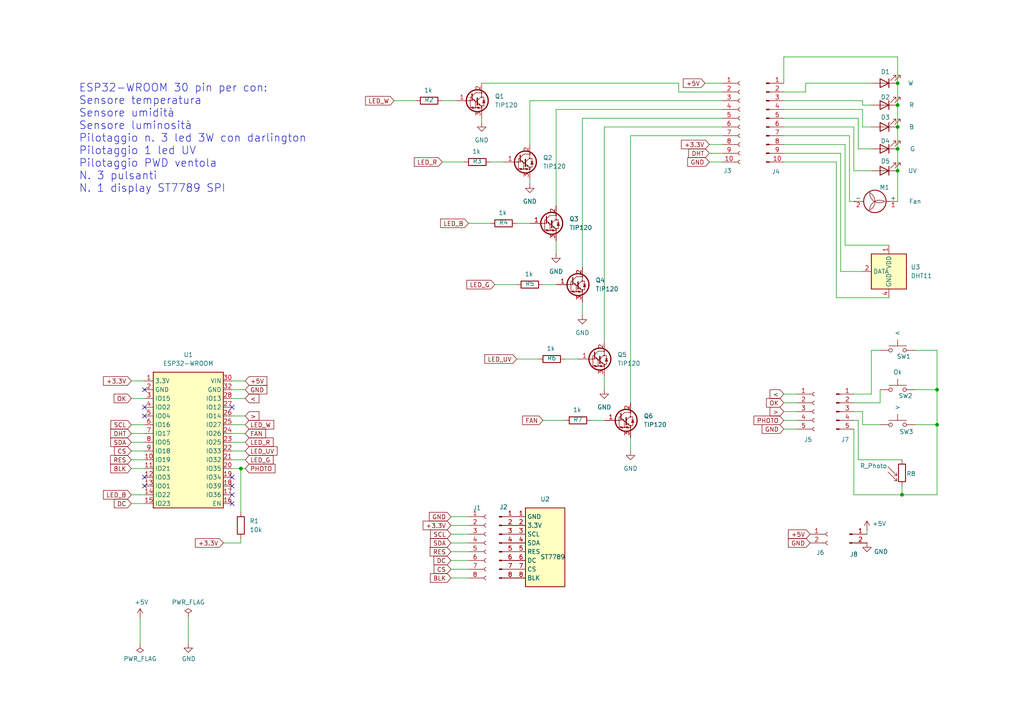
<source format=kicad_sch>
(kicad_sch (version 20250114) (generator "eeschema") (generator_version "9.0")
  (paper "A4")
  (title_block (title "Terrario con ESP32 30 pin"))
  (lib_symbols
    (symbol "Connector:Conn_01x02_Pin" (pin_names (offset 1.016) (hide yes))
      (property "Reference" "J" (at 0 2.54 0))
      (property "Value" "Conn_01x02_Pin" (at 0 -5.08 0))
      (symbol "Conn_01x02_Pin_1_1"
        (rectangle (start 0.8636 0.127) (end 0 -0.127) (stroke (width 0.1524)) (fill (type outline)))
        (rectangle (start 0.8636 -2.413) (end 0 -2.667) (stroke (width 0.1524)) (fill (type outline)))
        (polyline (pts (xy 1.27 0) (xy 0.8636 0)) (stroke (width 0.1524)))
        (polyline (pts (xy 1.27 -2.54) (xy 0.8636 -2.54)) (stroke (width 0.1524)))
        (pin passive line (at 5.08 0 180) (length 3.81) (name "Pin_1") (number "1"))
        (pin passive line (at 5.08 -2.54 180) (length 3.81) (name "Pin_2") (number "2"))
      )
    )
    (symbol "Connector:Conn_01x02_Socket" (pin_names (offset 1.016) (hide yes))
      (property "Reference" "J" (at 0 2.54 0))
      (property "Value" "Conn_01x02_Socket" (at 0 -5.08 0))
      (symbol "Conn_01x02_Socket_1_1"
        (polyline (pts (xy -1.27 0) (xy -0.508 0)) (stroke (width 0.1524)))
        (polyline (pts (xy -1.27 -2.54) (xy -0.508 -2.54)) (stroke (width 0.1524)))
        (arc (start 0 -0.508) (mid -0.5058 0) (end 0 0.508) (stroke (width 0.1524)))
        (arc (start 0 -3.048) (mid -0.5058 -2.54) (end 0 -2.032) (stroke (width 0.1524)))
        (pin passive line (at -5.08 0 0) (length 3.81) (name "Pin_1") (number "1"))
        (pin passive line (at -5.08 -2.54 0) (length 3.81) (name "Pin_2") (number "2"))
      )
    )
    (symbol "Connector:Conn_01x05_Pin" (pin_names (offset 1.016) (hide yes))
      (property "Reference" "J" (at 0 7.62 0))
      (property "Value" "Conn_01x05_Pin" (at 0 -7.62 0))
      (symbol "Conn_01x05_Pin_1_1"
        (rectangle (start 0.8636 5.207) (end 0 4.953) (stroke (width 0.1524)) (fill (type outline)))
        (rectangle (start 0.8636 2.667) (end 0 2.413) (stroke (width 0.1524)) (fill (type outline)))
        (rectangle (start 0.8636 0.127) (end 0 -0.127) (stroke (width 0.1524)) (fill (type outline)))
        (rectangle (start 0.8636 -2.413) (end 0 -2.667) (stroke (width 0.1524)) (fill (type outline)))
        (rectangle (start 0.8636 -4.953) (end 0 -5.207) (stroke (width 0.1524)) (fill (type outline)))
        (polyline (pts (xy 1.27 5.08) (xy 0.8636 5.08)) (stroke (width 0.1524)))
        (polyline (pts (xy 1.27 2.54) (xy 0.8636 2.54)) (stroke (width 0.1524)))
        (polyline (pts (xy 1.27 0) (xy 0.8636 0)) (stroke (width 0.1524)))
        (polyline (pts (xy 1.27 -2.54) (xy 0.8636 -2.54)) (stroke (width 0.1524)))
        (polyline (pts (xy 1.27 -5.08) (xy 0.8636 -5.08)) (stroke (width 0.1524)))
        (pin passive line (at 5.08 5.08 180) (length 3.81) (name "Pin_1") (number "1"))
        (pin passive line (at 5.08 2.54 180) (length 3.81) (name "Pin_2") (number "2"))
        (pin passive line (at 5.08 0 180) (length 3.81) (name "Pin_3") (number "3"))
        (pin passive line (at 5.08 -2.54 180) (length 3.81) (name "Pin_4") (number "4"))
        (pin passive line (at 5.08 -5.08 180) (length 3.81) (name "Pin_5") (number "5"))
      )
    )
    (symbol "Connector:Conn_01x05_Socket" (pin_names (offset 1.016) (hide yes))
      (property "Reference" "J" (at 0 7.62 0))
      (property "Value" "Conn_01x05_Socket" (at 0 -7.62 0))
      (symbol "Conn_01x05_Socket_1_1"
        (polyline (pts (xy -1.27 5.08) (xy -0.508 5.08)) (stroke (width 0.1524)))
        (polyline (pts (xy -1.27 2.54) (xy -0.508 2.54)) (stroke (width 0.1524)))
        (polyline (pts (xy -1.27 0) (xy -0.508 0)) (stroke (width 0.1524)))
        (polyline (pts (xy -1.27 -2.54) (xy -0.508 -2.54)) (stroke (width 0.1524)))
        (polyline (pts (xy -1.27 -5.08) (xy -0.508 -5.08)) (stroke (width 0.1524)))
        (arc (start 0 4.572) (mid -0.5058 5.08) (end 0 5.588) (stroke (width 0.1524)))
        (arc (start 0 2.032) (mid -0.5058 2.54) (end 0 3.048) (stroke (width 0.1524)))
        (arc (start 0 -0.508) (mid -0.5058 0) (end 0 0.508) (stroke (width 0.1524)))
        (arc (start 0 -3.048) (mid -0.5058 -2.54) (end 0 -2.032) (stroke (width 0.1524)))
        (arc (start 0 -5.588) (mid -0.5058 -5.08) (end 0 -4.572) (stroke (width 0.1524)))
        (pin passive line (at -5.08 5.08 0) (length 3.81) (name "Pin_1") (number "1"))
        (pin passive line (at -5.08 2.54 0) (length 3.81) (name "Pin_2") (number "2"))
        (pin passive line (at -5.08 0 0) (length 3.81) (name "Pin_3") (number "3"))
        (pin passive line (at -5.08 -2.54 0) (length 3.81) (name "Pin_4") (number "4"))
        (pin passive line (at -5.08 -5.08 0) (length 3.81) (name "Pin_5") (number "5"))
      )
    )
    (symbol "Connector:Conn_01x08_Pin" (pin_names (offset 1.016) (hide yes))
      (property "Reference" "J" (at 0 10.16 0))
      (property "Value" "Conn_01x08_Pin" (at 0 -12.7 0))
      (symbol "Conn_01x08_Pin_1_1"
        (rectangle (start 0.8636 7.747) (end 0 7.493) (stroke (width 0.1524)) (fill (type outline)))
        (rectangle (start 0.8636 5.207) (end 0 4.953) (stroke (width 0.1524)) (fill (type outline)))
        (rectangle (start 0.8636 2.667) (end 0 2.413) (stroke (width 0.1524)) (fill (type outline)))
        (rectangle (start 0.8636 0.127) (end 0 -0.127) (stroke (width 0.1524)) (fill (type outline)))
        (rectangle (start 0.8636 -2.413) (end 0 -2.667) (stroke (width 0.1524)) (fill (type outline)))
        (rectangle (start 0.8636 -4.953) (end 0 -5.207) (stroke (width 0.1524)) (fill (type outline)))
        (rectangle (start 0.8636 -7.493) (end 0 -7.747) (stroke (width 0.1524)) (fill (type outline)))
        (rectangle (start 0.8636 -10.033) (end 0 -10.287) (stroke (width 0.1524)) (fill (type outline)))
        (polyline (pts (xy 1.27 7.62) (xy 0.8636 7.62)) (stroke (width 0.1524)))
        (polyline (pts (xy 1.27 5.08) (xy 0.8636 5.08)) (stroke (width 0.1524)))
        (polyline (pts (xy 1.27 2.54) (xy 0.8636 2.54)) (stroke (width 0.1524)))
        (polyline (pts (xy 1.27 0) (xy 0.8636 0)) (stroke (width 0.1524)))
        (polyline (pts (xy 1.27 -2.54) (xy 0.8636 -2.54)) (stroke (width 0.1524)))
        (polyline (pts (xy 1.27 -5.08) (xy 0.8636 -5.08)) (stroke (width 0.1524)))
        (polyline (pts (xy 1.27 -7.62) (xy 0.8636 -7.62)) (stroke (width 0.1524)))
        (polyline (pts (xy 1.27 -10.16) (xy 0.8636 -10.16)) (stroke (width 0.1524)))
        (pin passive line (at 5.08 7.62 180) (length 3.81) (name "Pin_1") (number "1"))
        (pin passive line (at 5.08 5.08 180) (length 3.81) (name "Pin_2") (number "2"))
        (pin passive line (at 5.08 2.54 180) (length 3.81) (name "Pin_3") (number "3"))
        (pin passive line (at 5.08 0 180) (length 3.81) (name "Pin_4") (number "4"))
        (pin passive line (at 5.08 -2.54 180) (length 3.81) (name "Pin_5") (number "5"))
        (pin passive line (at 5.08 -5.08 180) (length 3.81) (name "Pin_6") (number "6"))
        (pin passive line (at 5.08 -7.62 180) (length 3.81) (name "Pin_7") (number "7"))
        (pin passive line (at 5.08 -10.16 180) (length 3.81) (name "Pin_8") (number "8"))
      )
    )
    (symbol "Connector:Conn_01x08_Socket" (pin_names (offset 1.016) (hide yes))
      (property "Reference" "J" (at 0 10.16 0))
      (property "Value" "Conn_01x08_Socket" (at 0 -12.7 0))
      (symbol "Conn_01x08_Socket_1_1"
        (polyline (pts (xy -1.27 7.62) (xy -0.508 7.62)) (stroke (width 0.1524)))
        (polyline (pts (xy -1.27 5.08) (xy -0.508 5.08)) (stroke (width 0.1524)))
        (polyline (pts (xy -1.27 2.54) (xy -0.508 2.54)) (stroke (width 0.1524)))
        (polyline (pts (xy -1.27 0) (xy -0.508 0)) (stroke (width 0.1524)))
        (polyline (pts (xy -1.27 -2.54) (xy -0.508 -2.54)) (stroke (width 0.1524)))
        (polyline (pts (xy -1.27 -5.08) (xy -0.508 -5.08)) (stroke (width 0.1524)))
        (polyline (pts (xy -1.27 -7.62) (xy -0.508 -7.62)) (stroke (width 0.1524)))
        (polyline (pts (xy -1.27 -10.16) (xy -0.508 -10.16)) (stroke (width 0.1524)))
        (arc (start 0 7.112) (mid -0.5058 7.62) (end 0 8.128) (stroke (width 0.1524)))
        (arc (start 0 4.572) (mid -0.5058 5.08) (end 0 5.588) (stroke (width 0.1524)))
        (arc (start 0 2.032) (mid -0.5058 2.54) (end 0 3.048) (stroke (width 0.1524)))
        (arc (start 0 -0.508) (mid -0.5058 0) (end 0 0.508) (stroke (width 0.1524)))
        (arc (start 0 -3.048) (mid -0.5058 -2.54) (end 0 -2.032) (stroke (width 0.1524)))
        (arc (start 0 -5.588) (mid -0.5058 -5.08) (end 0 -4.572) (stroke (width 0.1524)))
        (arc (start 0 -8.128) (mid -0.5058 -7.62) (end 0 -7.112) (stroke (width 0.1524)))
        (arc (start 0 -10.668) (mid -0.5058 -10.16) (end 0 -9.652) (stroke (width 0.1524)))
        (pin passive line (at -5.08 7.62 0) (length 3.81) (name "Pin_1") (number "1"))
        (pin passive line (at -5.08 5.08 0) (length 3.81) (name "Pin_2") (number "2"))
        (pin passive line (at -5.08 2.54 0) (length 3.81) (name "Pin_3") (number "3"))
        (pin passive line (at -5.08 0 0) (length 3.81) (name "Pin_4") (number "4"))
        (pin passive line (at -5.08 -2.54 0) (length 3.81) (name "Pin_5") (number "5"))
        (pin passive line (at -5.08 -5.08 0) (length 3.81) (name "Pin_6") (number "6"))
        (pin passive line (at -5.08 -7.62 0) (length 3.81) (name "Pin_7") (number "7"))
        (pin passive line (at -5.08 -10.16 0) (length 3.81) (name "Pin_8") (number "8"))
      )
    )
    (symbol "Connector:Conn_01x10_Pin" (pin_names (offset 1.016) (hide yes))
      (property "Reference" "J" (at 0 12.7 0))
      (property "Value" "Conn_01x10_Pin" (at 0 -15.24 0))
      (symbol "Conn_01x10_Pin_1_1"
        (rectangle (start 0.8636 10.287) (end 0 10.033) (stroke (width 0.1524)) (fill (type outline)))
        (rectangle (start 0.8636 7.747) (end 0 7.493) (stroke (width 0.1524)) (fill (type outline)))
        (rectangle (start 0.8636 5.207) (end 0 4.953) (stroke (width 0.1524)) (fill (type outline)))
        (rectangle (start 0.8636 2.667) (end 0 2.413) (stroke (width 0.1524)) (fill (type outline)))
        (rectangle (start 0.8636 0.127) (end 0 -0.127) (stroke (width 0.1524)) (fill (type outline)))
        (rectangle (start 0.8636 -2.413) (end 0 -2.667) (stroke (width 0.1524)) (fill (type outline)))
        (rectangle (start 0.8636 -4.953) (end 0 -5.207) (stroke (width 0.1524)) (fill (type outline)))
        (rectangle (start 0.8636 -7.493) (end 0 -7.747) (stroke (width 0.1524)) (fill (type outline)))
        (rectangle (start 0.8636 -10.033) (end 0 -10.287) (stroke (width 0.1524)) (fill (type outline)))
        (rectangle (start 0.8636 -12.573) (end 0 -12.827) (stroke (width 0.1524)) (fill (type outline)))
        (polyline (pts (xy 1.27 10.16) (xy 0.8636 10.16)) (stroke (width 0.1524)))
        (polyline (pts (xy 1.27 7.62) (xy 0.8636 7.62)) (stroke (width 0.1524)))
        (polyline (pts (xy 1.27 5.08) (xy 0.8636 5.08)) (stroke (width 0.1524)))
        (polyline (pts (xy 1.27 2.54) (xy 0.8636 2.54)) (stroke (width 0.1524)))
        (polyline (pts (xy 1.27 0) (xy 0.8636 0)) (stroke (width 0.1524)))
        (polyline (pts (xy 1.27 -2.54) (xy 0.8636 -2.54)) (stroke (width 0.1524)))
        (polyline (pts (xy 1.27 -5.08) (xy 0.8636 -5.08)) (stroke (width 0.1524)))
        (polyline (pts (xy 1.27 -7.62) (xy 0.8636 -7.62)) (stroke (width 0.1524)))
        (polyline (pts (xy 1.27 -10.16) (xy 0.8636 -10.16)) (stroke (width 0.1524)))
        (polyline (pts (xy 1.27 -12.7) (xy 0.8636 -12.7)) (stroke (width 0.1524)))
        (pin passive line (at 5.08 10.16 180) (length 3.81) (name "Pin_1") (number "1"))
        (pin passive line (at 5.08 7.62 180) (length 3.81) (name "Pin_2") (number "2"))
        (pin passive line (at 5.08 5.08 180) (length 3.81) (name "Pin_3") (number "3"))
        (pin passive line (at 5.08 2.54 180) (length 3.81) (name "Pin_4") (number "4"))
        (pin passive line (at 5.08 0 180) (length 3.81) (name "Pin_5") (number "5"))
        (pin passive line (at 5.08 -2.54 180) (length 3.81) (name "Pin_6") (number "6"))
        (pin passive line (at 5.08 -5.08 180) (length 3.81) (name "Pin_7") (number "7"))
        (pin passive line (at 5.08 -7.62 180) (length 3.81) (name "Pin_8") (number "8"))
        (pin passive line (at 5.08 -10.16 180) (length 3.81) (name "Pin_9") (number "9"))
        (pin passive line (at 5.08 -12.7 180) (length 3.81) (name "Pin_10") (number "10"))
      )
    )
    (symbol "Connector:Conn_01x10_Socket" (pin_names (offset 1.016) (hide yes))
      (property "Reference" "J" (at 0 12.7 0))
      (property "Value" "Conn_01x10_Socket" (at 0 -15.24 0))
      (symbol "Conn_01x10_Socket_1_1"
        (polyline (pts (xy -1.27 10.16) (xy -0.508 10.16)) (stroke (width 0.1524)))
        (polyline (pts (xy -1.27 7.62) (xy -0.508 7.62)) (stroke (width 0.1524)))
        (polyline (pts (xy -1.27 5.08) (xy -0.508 5.08)) (stroke (width 0.1524)))
        (polyline (pts (xy -1.27 2.54) (xy -0.508 2.54)) (stroke (width 0.1524)))
        (polyline (pts (xy -1.27 0) (xy -0.508 0)) (stroke (width 0.1524)))
        (polyline (pts (xy -1.27 -2.54) (xy -0.508 -2.54)) (stroke (width 0.1524)))
        (polyline (pts (xy -1.27 -5.08) (xy -0.508 -5.08)) (stroke (width 0.1524)))
        (polyline (pts (xy -1.27 -7.62) (xy -0.508 -7.62)) (stroke (width 0.1524)))
        (polyline (pts (xy -1.27 -10.16) (xy -0.508 -10.16)) (stroke (width 0.1524)))
        (polyline (pts (xy -1.27 -12.7) (xy -0.508 -12.7)) (stroke (width 0.1524)))
        (arc (start 0 9.652) (mid -0.5058 10.16) (end 0 10.668) (stroke (width 0.1524)))
        (arc (start 0 7.112) (mid -0.5058 7.62) (end 0 8.128) (stroke (width 0.1524)))
        (arc (start 0 4.572) (mid -0.5058 5.08) (end 0 5.588) (stroke (width 0.1524)))
        (arc (start 0 2.032) (mid -0.5058 2.54) (end 0 3.048) (stroke (width 0.1524)))
        (arc (start 0 -0.508) (mid -0.5058 0) (end 0 0.508) (stroke (width 0.1524)))
        (arc (start 0 -3.048) (mid -0.5058 -2.54) (end 0 -2.032) (stroke (width 0.1524)))
        (arc (start 0 -5.588) (mid -0.5058 -5.08) (end 0 -4.572) (stroke (width 0.1524)))
        (arc (start 0 -8.128) (mid -0.5058 -7.62) (end 0 -7.112) (stroke (width 0.1524)))
        (arc (start 0 -10.668) (mid -0.5058 -10.16) (end 0 -9.652) (stroke (width 0.1524)))
        (arc (start 0 -13.208) (mid -0.5058 -12.7) (end 0 -12.192) (stroke (width 0.1524)))
        (pin passive line (at -5.08 10.16 0) (length 3.81) (name "Pin_1") (number "1"))
        (pin passive line (at -5.08 7.62 0) (length 3.81) (name "Pin_2") (number "2"))
        (pin passive line (at -5.08 5.08 0) (length 3.81) (name "Pin_3") (number "3"))
        (pin passive line (at -5.08 2.54 0) (length 3.81) (name "Pin_4") (number "4"))
        (pin passive line (at -5.08 0 0) (length 3.81) (name "Pin_5") (number "5"))
        (pin passive line (at -5.08 -2.54 0) (length 3.81) (name "Pin_6") (number "6"))
        (pin passive line (at -5.08 -5.08 0) (length 3.81) (name "Pin_7") (number "7"))
        (pin passive line (at -5.08 -7.62 0) (length 3.81) (name "Pin_8") (number "8"))
        (pin passive line (at -5.08 -10.16 0) (length 3.81) (name "Pin_9") (number "9"))
        (pin passive line (at -5.08 -12.7 0) (length 3.81) (name "Pin_10") (number "10"))
      )
    )
    (symbol "Device:LED" (pin_numbers (hide yes)) (pin_names (offset 1.016) (hide yes))
      (property "Reference" "D" (at 0 2.54 0))
      (property "Value" "LED" (at 0 -2.54 0))
      (symbol "LED_0_1"
        (polyline (pts (xy -3.048 -0.762) (xy -4.572 -2.286) (xy -3.81 -2.286) (xy -4.572 -2.286) (xy -4.572 -1.524)))
        (polyline (pts (xy -1.778 -0.762) (xy -3.302 -2.286) (xy -2.54 -2.286) (xy -3.302 -2.286) (xy -3.302 -1.524)))
        (polyline (pts (xy -1.27 0) (xy 1.27 0)))
        (polyline (pts (xy -1.27 -1.27) (xy -1.27 1.27)) (stroke (width 0.254)))
        (polyline (pts (xy 1.27 -1.27) (xy 1.27 1.27) (xy -1.27 0) (xy 1.27 -1.27)) (stroke (width 0.254)))
      )
      (symbol "LED_1_1"
        (pin passive line (at -3.81 0 0) (length 2.54) (name "K") (number "1"))
        (pin passive line (at 3.81 0 180) (length 2.54) (name "A") (number "2"))
      )
    )
    (symbol "Device:R" (pin_numbers (hide yes)) (pin_names (offset 0))
      (property "Reference" "R" (at 2.032 0 90))
      (property "Value" "R" (at 0 0 90))
      (symbol "R_0_1"
        (rectangle (start -1.016 -2.54) (end 1.016 2.54) (stroke (width 0.254)))
      )
      (symbol "R_1_1"
        (pin passive line (at 0 3.81 270) (length 1.27) (name "~") (number "1"))
        (pin passive line (at 0 -3.81 90) (length 1.27) (name "~") (number "2"))
      )
    )
    (symbol "Device:R_Photo" (pin_numbers (hide yes)) (pin_names (offset 0))
      (property "Reference" "R" (at 1.27 1.27 0))
      (property "Value" "R_Photo" (at 1.27 0 0))
      (symbol "R_Photo_0_1"
        (polyline (pts (xy -1.524 -0.762) (xy -4.064 1.778)))
        (polyline (pts (xy -1.524 -0.762) (xy -2.286 -0.762)))
        (polyline (pts (xy -1.524 -0.762) (xy -1.524 0)))
        (polyline (pts (xy -1.524 -2.286) (xy -4.064 0.254)))
        (polyline (pts (xy -1.524 -2.286) (xy -2.286 -2.286)))
        (polyline (pts (xy -1.524 -2.286) (xy -1.524 -1.524)))
        (rectangle (start -1.016 2.54) (end 1.016 -2.54) (stroke (width 0.254)))
      )
      (symbol "R_Photo_1_1"
        (pin passive line (at 0 3.81 270) (length 1.27) (name "~") (number "1"))
        (pin passive line (at 0 -3.81 90) (length 1.27) (name "~") (number "2"))
      )
    )
    (symbol "Esp32-rescue:ESP32-WROOM"
      (property "Reference" "U" (at -7.62 13.97 0))
      (property "Value" "ESP32-WROOM" (at 2.794 13.97 0))
      (symbol "ESP32-WROOM_1_1"
        (rectangle (start -10.16 12.7) (end 10.16 -26.67) (stroke (width 0.254)) (fill (type background)))
        (pin power_out line (at -12.7 10.16 0) (length 2.54) (name "3.3V") (number "1"))
        (pin power_out line (at -12.7 7.62 0) (length 2.54) (name "GND") (number "2"))
        (pin bidirectional line (at -12.7 5.08 0) (length 2.54) (name "IO15") (number "3"))
        (pin bidirectional line (at -12.7 2.54 0) (length 2.54) (name "IO02") (number "4"))
        (pin bidirectional line (at -12.7 0 0) (length 2.54) (name "IO04") (number "5"))
        (pin bidirectional line (at -12.7 -2.54 0) (length 2.54) (name "IO16") (number "6"))
        (pin bidirectional line (at -12.7 -5.08 0) (length 2.54) (name "IO17") (number "7"))
        (pin bidirectional line (at -12.7 -7.62 0) (length 2.54) (name "IO05") (number "8"))
        (pin bidirectional line (at -12.7 -10.16 0) (length 2.54) (name "IO18") (number "9"))
        (pin bidirectional line (at -12.7 -12.7 0) (length 2.54) (name "IO19") (number "10"))
        (pin bidirectional line (at -12.7 -15.24 0) (length 2.54) (name "IO21") (number "11"))
        (pin bidirectional line (at -12.7 -17.78 0) (length 2.54) (name "IO03") (number "12"))
        (pin bidirectional line (at -12.7 -20.32 0) (length 2.54) (name "IO01") (number "13"))
        (pin bidirectional line (at -12.7 -22.86 0) (length 2.54) (name "IO22") (number "14"))
        (pin bidirectional line (at -12.7 -25.4 0) (length 2.54) (name "IO23") (number "15"))
        (pin power_in line (at 12.7 10.16 180) (length 2.54) (name "VIN") (number "30"))
        (pin power_in line (at 12.7 7.62 180) (length 2.54) (name "GND") (number "32"))
        (pin bidirectional line (at 12.7 5.08 180) (length 2.54) (name "IO13") (number "28"))
        (pin bidirectional line (at 12.7 2.54 180) (length 2.54) (name "IO12") (number "27"))
        (pin bidirectional line (at 12.7 0 180) (length 2.54) (name "IO14") (number "26"))
        (pin bidirectional line (at 12.7 -2.54 180) (length 2.54) (name "IO27") (number "25"))
        (pin bidirectional line (at 12.7 -5.08 180) (length 2.54) (name "IO26") (number "24"))
        (pin bidirectional line (at 12.7 -7.62 180) (length 2.54) (name "IO25") (number "23"))
        (pin bidirectional line (at 12.7 -10.16 180) (length 2.54) (name "IO33") (number "22"))
        (pin bidirectional line (at 12.7 -12.7 180) (length 2.54) (name "IO32") (number "21"))
        (pin input line (at 12.7 -15.24 180) (length 2.54) (name "IO35") (number "20"))
        (pin input line (at 12.7 -17.78 180) (length 2.54) (name "IO34") (number "19"))
        (pin input line (at 12.7 -20.32 180) (length 2.54) (name "IO39") (number "18"))
        (pin input line (at 12.7 -22.86 180) (length 2.54) (name "IO36") (number "17"))
        (pin input line (at 12.7 -25.4 180) (length 2.54) (name "EN") (number "16"))
      )
    )
    (symbol "Esp32-rescue:ST7789"
      (property "Reference" "U" (at -7.62 13.97 0))
      (property "Value" "ST7789" (at -1.27 13.97 0))
      (symbol "ST7789_1_1"
        (rectangle (start -10.16 12.7) (end 1.27 -10.16) (stroke (width 0.254)) (fill (type background)))
        (pin power_in line (at -12.7 10.16 0) (length 2.54) (name "GND") (number "1"))
        (pin power_in line (at -12.7 7.62 0) (length 2.54) (name "3.3V") (number "2"))
        (pin input line (at -12.7 5.08 0) (length 2.54) (name "SCL") (number "3"))
        (pin input line (at -12.7 2.54 0) (length 2.54) (name "SDA") (number "4"))
        (pin input line (at -12.7 0 0) (length 2.54) (name "RES") (number "5"))
        (pin input line (at -12.7 -2.54 0) (length 2.54) (name "DC") (number "6"))
        (pin input line (at -12.7 -5.08 0) (length 2.54) (name "CS") (number "7"))
        (pin input line (at -12.7 -7.62 0) (length 2.54) (name "BLK") (number "8"))
      )
    )
    (symbol "Motor:Fan" (pin_names (offset 0))
      (property "Reference" "M" (at 2.54 5.08 0))
      (property "Value" "Fan" (at 2.54 -2.54 0))
      (symbol "Fan_0_1"
        (arc (start 0 3.81) (mid -0.0015 0.9048) (end -2.54 -0.508))
        (polyline (pts (xy 0 4.572) (xy 0 5.08)))
        (polyline (pts (xy 0 4.2672) (xy 0 4.6228)))
        (circle (center 0 1.016) (radius 3.2512) (stroke (width 0.254)))
        (arc (start -2.54 -0.508) (mid 0 1.0618) (end 2.54 -0.508))
        (polyline (pts (xy 0 -2.2352) (xy 0 -2.6416)))
        (polyline (pts (xy 0 -5.08) (xy 0 -4.572)))
        (arc (start 2.54 -0.508) (mid 0.047 0.9315) (end 0 3.81))
      )
      (symbol "Fan_1_1"
        (pin passive line (at 0 7.62 270) (length 2.54) (name "+") (number "1"))
        (pin passive line (at 0 -5.08 90) (length 2.54) (name "-") (number "2"))
      )
    )
    (symbol "Sensor:DHT11"
      (property "Reference" "U" (at -3.81 6.35 0))
      (property "Value" "DHT11" (at 3.81 6.35 0))
      (symbol "DHT11_0_1"
        (rectangle (start -5.08 5.08) (end 5.08 -5.08) (stroke (width 0.254)) (fill (type background)))
      )
      (symbol "DHT11_1_1"
        (pin no_connect line (at -5.08 0 0) (length 2.54) (hide yes) (name "NC") (number "3"))
        (pin power_in line (at 0 7.62 270) (length 2.54) (name "VDD") (number "1"))
        (pin power_in line (at 0 -7.62 90) (length 2.54) (name "GND") (number "4"))
        (pin bidirectional line (at 7.62 0 180) (length 2.54) (name "DATA") (number "2"))
      )
    )
    (symbol "Switch:SW_Push" (pin_numbers (hide yes)) (pin_names (offset 1.016) (hide yes))
      (property "Reference" "SW" (at 1.27 2.54 0))
      (property "Value" "SW_Push" (at 0 -1.524 0))
      (symbol "SW_Push_0_1"
        (circle (center -2.032 0) (radius 0.508))
        (polyline (pts (xy 0 1.27) (xy 0 3.048)))
        (circle (center 2.032 0) (radius 0.508))
        (polyline (pts (xy 2.54 1.27) (xy -2.54 1.27)))
        (pin passive line (at -5.08 0 0) (length 2.54) (name "1") (number "1"))
        (pin passive line (at 5.08 0 180) (length 2.54) (name "2") (number "2"))
      )
    )
    (symbol "Transistor_BJT:TIP120" (pin_names (offset 0) (hide yes))
      (property "Reference" "Q" (at 5.08 1.905 0))
      (property "Value" "TIP120" (at 5.08 0 0))
      (symbol "TIP120_0_1"
        (polyline (pts (xy -1.27 0) (xy -0.889 0)))
        (circle (center -0.762 0) (radius 0.127))
        (polyline (pts (xy -0.254 2.032) (xy -0.254 0) (xy -0.254 0)) (stroke (width 0.3048)))
        (polyline (pts (xy -0.254 1.27) (xy 0.762 2.286) (xy 2.54 2.286)))
        (polyline (pts (xy -0.254 1.016) (xy -0.762 1.016) (xy -0.762 -2.032)))
        (polyline (pts (xy -0.254 0.762) (xy 0.762 -0.254) (xy 1.27 -0.254)))
        (polyline (pts (xy 0.635 -0.127) (xy 0.381 0.381) (xy 0.127 0.127) (xy 0.635 -0.127)))
        (polyline (pts (xy 0.762 -0.254) (xy 0.762 -2.032) (xy 1.143 -2.032) (xy 1.27 -1.778) (xy 1.397 -2.286) (xy 1.524 -1.778) (xy 1.651 -2.286) (xy 1.778 -1.778) (xy 1.905 -2.286) (xy 2.032 -2.032) (xy 2.54 -2.032)))
        (circle (center 0.762 -0.254) (radius 0.127))
        (polyline (pts (xy 0.762 -2.032) (xy 0.381 -2.032) (xy 0.254 -2.286) (xy 0.127 -1.778) (xy 0 -2.286) (xy -0.127 -1.778) (xy -0.254 -2.286) (xy -0.381 -1.778) (xy -0.508 -2.032) (xy -0.762 -2.032)))
        (circle (center 0.762 -2.032) (radius 0.127))
        (polyline (pts (xy 1.27 0.762) (xy 1.27 -1.27) (xy 1.27 -1.27)) (stroke (width 0.381)))
        (polyline (pts (xy 1.27 0) (xy 2.286 1.016) (xy 2.54 1.016) (xy 2.54 2.286)))
        (circle (center 1.27 0) (radius 3.175) (stroke (width 0.3556)))
        (polyline (pts (xy 1.27 -0.508) (xy 2.286 -1.524) (xy 2.54 -1.524) (xy 2.54 -2.032)))
        (polyline (pts (xy 2.159 -1.397) (xy 1.905 -0.889) (xy 1.651 -1.143) (xy 2.159 -1.397)))
        (circle (center 2.54 2.286) (radius 0.127))
        (circle (center 2.54 1.016) (radius 0.127))
        (polyline (pts (xy 2.54 -1.524) (xy 3.175 -1.524)))
        (circle (center 2.54 -1.524) (radius 0.127))
        (polyline (pts (xy 2.54 -2.032) (xy 2.54 -2.54)))
        (circle (center 2.54 -2.032) (radius 0.127))
        (polyline (pts (xy 2.794 0.127) (xy 3.556 0.127)))
        (polyline (pts (xy 3.175 1.016) (xy 2.54 1.016)))
        (polyline (pts (xy 3.175 1.016) (xy 3.175 0.127)))
        (polyline (pts (xy 3.175 0.127) (xy 2.794 -0.635) (xy 3.556 -0.635) (xy 3.175 0.127)) (fill (type outline)))
        (polyline (pts (xy 3.175 -0.635) (xy 3.175 -1.524)))
      )
      (symbol "TIP120_1_1"
        (pin input line (at -5.08 0 0) (length 3.81) (name "B") (number "1"))
        (pin passive line (at 2.54 5.08 270) (length 2.667) (name "C") (number "2"))
        (pin passive line (at 2.54 -5.08 90) (length 2.54) (name "E") (number "3"))
      )
    )
    (symbol "power:+5V" (power) (pin_numbers (hide yes)) (pin_names (offset 0) (hide yes))
      (property "Value" "+5V" (at 0 3.556 0))
      (symbol "+5V_0_1"
        (polyline (pts (xy -0.762 1.27) (xy 0 2.54)))
        (polyline (pts (xy 0 2.54) (xy 0.762 1.27)))
        (polyline (pts (xy 0 0) (xy 0 2.54)))
      )
      (symbol "+5V_1_1"
        (pin power_in line (at 0 0 90) (length 0) (name "~") (number "1"))
      )
    )
    (symbol "power:GND" (power) (pin_numbers (hide yes)) (pin_names (offset 0) (hide yes))
      (property "Value" "GND" (at 0 -3.81 0))
      (symbol "GND_0_1"
        (polyline (pts (xy 0 0) (xy 0 -1.27) (xy 1.27 -1.27) (xy 0 -2.54) (xy -1.27 -1.27) (xy 0 -1.27)))
      )
      (symbol "GND_1_1"
        (pin power_in line (at 0 0 270) (length 0) (name "~") (number "1"))
      )
    )
    (symbol "power:PWR_FLAG" (power) (pin_numbers (hide yes)) (pin_names (offset 0) (hide yes))
      (property "Value" "PWR_FLAG" (at 0 3.81 0))
      (symbol "PWR_FLAG_0_0"
        (pin power_out line (at 0 0 90) (length 0) (name "~") (number "1"))
      )
      (symbol "PWR_FLAG_0_1"
        (polyline (pts (xy 0 0) (xy 0 1.27) (xy -1.016 1.905) (xy 0 2.54) (xy 1.016 1.905) (xy 0 1.27)))
      )
    )
  )
  (text "ESP32-WROOM 30 pin per con:\nSensore temperatura\nSensore umidità\nSensore luminosità\nPilotaggio n. 3 led 3W con darlington\nPilotaggio 1 led UV\nPilotaggio PWD ventola\nN. 3 pulsanti\nN. 1 display ST7789 SPI\n\n" (at 22.86 59.69 0) (effects (font (size 2.2606 2.2606)) (justify left bottom)))
  (junction (at 260.35 30.48))
  (junction (at 260.35 36.83))
  (junction (at 260.35 49.53))
  (junction (at 271.78 113.03))
  (junction (at 260.35 43.18))
  (junction (at 260.35 24.13))
  (junction (at 271.78 123.19))
  (junction (at 69.85 135.89))
  (junction (at 261.62 143.51))
  (no_connect (at 67.31 138.43))
  (no_connect (at 41.91 140.97))
  (no_connect (at 41.91 120.65))
  (no_connect (at 41.91 113.03))
  (no_connect (at 67.31 143.51))
  (no_connect (at 41.91 138.43))
  (no_connect (at 67.31 118.11))
  (no_connect (at 67.31 146.05))
  (no_connect (at 41.91 118.11))
  (no_connect (at 67.31 140.97))
  (wire (pts (xy 233.68 24.13) (xy 252.73 24.13)))
  (wire (pts (xy 227.33 34.29) (xy 248.92 34.29)))
  (wire (pts (xy 149.86 64.77) (xy 153.67 64.77)))
  (wire (pts (xy 67.31 123.19) (xy 71.12 123.19)))
  (wire (pts (xy 168.91 77.47) (xy 168.91 34.29)))
  (wire (pts (xy 168.91 34.29) (xy 209.55 34.29)))
  (wire (pts (xy 251.46 153.67) (xy 251.46 154.94)))
  (wire (pts (xy 227.33 16.51) (xy 227.33 24.13)))
  (wire (pts (xy 243.84 44.45) (xy 227.33 44.45)))
  (wire (pts (xy 255.27 123.19) (xy 250.19 123.19)))
  (wire (pts (xy 260.35 30.48) (xy 260.35 36.83)))
  (wire (pts (xy 245.11 71.12) (xy 245.11 41.91)))
  (wire (pts (xy 265.43 123.19) (xy 271.78 123.19)))
  (wire (pts (xy 153.67 29.21) (xy 209.55 29.21)))
  (wire (pts (xy 38.1 133.35) (xy 41.91 133.35)))
  (wire (pts (xy 157.48 82.55) (xy 161.29 82.55)))
  (wire (pts (xy 257.81 71.12) (xy 245.11 71.12)))
  (wire (pts (xy 135.89 64.77) (xy 142.24 64.77)))
  (wire (pts (xy 227.33 26.67) (xy 233.68 26.67)))
  (wire (pts (xy 182.88 39.37) (xy 209.55 39.37)))
  (wire (pts (xy 205.74 44.45) (xy 209.55 44.45)))
  (wire (pts (xy 38.1 128.27) (xy 41.91 128.27)))
  (wire (pts (xy 38.1 135.89) (xy 41.91 135.89)))
  (wire (pts (xy 227.33 121.92) (xy 231.14 121.92)))
  (wire (pts (xy 205.74 46.99) (xy 209.55 46.99)))
  (wire (pts (xy 248.92 34.29) (xy 248.92 43.18)))
  (wire (pts (xy 38.1 146.05) (xy 41.91 146.05)))
  (wire (pts (xy 69.85 135.89) (xy 71.12 135.89)))
  (wire (pts (xy 175.26 99.06) (xy 175.26 36.83)))
  (wire (pts (xy 204.47 24.13) (xy 209.55 24.13)))
  (wire (pts (xy 248.92 121.92) (xy 247.65 121.92)))
  (wire (pts (xy 227.33 39.37) (xy 246.38 39.37)))
  (wire (pts (xy 67.31 120.65) (xy 71.12 120.65)))
  (wire (pts (xy 246.38 58.42) (xy 247.65 58.42)))
  (wire (pts (xy 227.33 119.38) (xy 231.14 119.38)))
  (wire (pts (xy 250.19 29.21) (xy 250.19 30.48)))
  (wire (pts (xy 157.48 121.92) (xy 163.83 121.92)))
  (wire (pts (xy 227.33 116.84) (xy 231.14 116.84)))
  (wire (pts (xy 248.92 133.35) (xy 248.92 121.92)))
  (wire (pts (xy 163.83 104.14) (xy 167.64 104.14)))
  (wire (pts (xy 38.1 123.19) (xy 41.91 123.19)))
  (wire (pts (xy 69.85 157.48) (xy 69.85 156.21)))
  (wire (pts (xy 130.81 160.02) (xy 135.89 160.02)))
  (wire (pts (xy 243.84 78.74) (xy 243.84 44.45)))
  (wire (pts (xy 255.27 101.6) (xy 252.73 101.6)))
  (wire (pts (xy 149.86 104.14) (xy 156.21 104.14)))
  (wire (pts (xy 54.61 179.07) (xy 54.61 186.69)))
  (wire (pts (xy 130.81 157.48) (xy 135.89 157.48)))
  (wire (pts (xy 242.57 86.36) (xy 242.57 46.99)))
  (wire (pts (xy 260.35 36.83) (xy 260.35 43.18)))
  (wire (pts (xy 142.24 46.99) (xy 146.05 46.99)))
  (wire (pts (xy 255.27 116.84) (xy 247.65 116.84)))
  (wire (pts (xy 250.19 31.75) (xy 250.19 36.83)))
  (wire (pts (xy 261.62 140.97) (xy 261.62 143.51)))
  (wire (pts (xy 255.27 113.03) (xy 255.27 116.84)))
  (wire (pts (xy 250.19 36.83) (xy 252.73 36.83)))
  (wire (pts (xy 139.7 24.13) (xy 196.85 24.13)))
  (wire (pts (xy 130.81 152.4) (xy 135.89 152.4)))
  (wire (pts (xy 130.81 167.64) (xy 135.89 167.64)))
  (wire (pts (xy 175.26 109.22) (xy 175.26 113.03)))
  (wire (pts (xy 153.67 52.07) (xy 153.67 53.34)))
  (wire (pts (xy 260.35 49.53) (xy 260.35 58.42)))
  (wire (pts (xy 205.74 41.91) (xy 209.55 41.91)))
  (wire (pts (xy 114.3 29.21) (xy 120.65 29.21)))
  (wire (pts (xy 271.78 123.19) (xy 271.78 143.51)))
  (wire (pts (xy 247.65 143.51) (xy 261.62 143.51)))
  (wire (pts (xy 271.78 101.6) (xy 265.43 101.6)))
  (wire (pts (xy 261.62 143.51) (xy 271.78 143.51)))
  (wire (pts (xy 64.77 157.48) (xy 69.85 157.48)))
  (wire (pts (xy 168.91 87.63) (xy 168.91 91.44)))
  (wire (pts (xy 182.88 127) (xy 182.88 130.81)))
  (wire (pts (xy 40.64 186.69) (xy 40.64 179.07)))
  (wire (pts (xy 67.31 128.27) (xy 71.12 128.27)))
  (wire (pts (xy 38.1 115.57) (xy 41.91 115.57)))
  (wire (pts (xy 227.33 114.3) (xy 231.14 114.3)))
  (wire (pts (xy 161.29 59.69) (xy 161.29 31.75)))
  (wire (pts (xy 252.73 114.3) (xy 247.65 114.3)))
  (wire (pts (xy 128.27 46.99) (xy 134.62 46.99)))
  (wire (pts (xy 171.45 121.92) (xy 175.26 121.92)))
  (wire (pts (xy 196.85 26.67) (xy 209.55 26.67)))
  (wire (pts (xy 38.1 143.51) (xy 41.91 143.51)))
  (wire (pts (xy 247.65 49.53) (xy 252.73 49.53)))
  (wire (pts (xy 242.57 46.99) (xy 227.33 46.99)))
  (wire (pts (xy 250.19 30.48) (xy 252.73 30.48)))
  (wire (pts (xy 260.35 16.51) (xy 227.33 16.51)))
  (wire (pts (xy 227.33 124.46) (xy 231.14 124.46)))
  (wire (pts (xy 252.73 101.6) (xy 252.73 114.3)))
  (wire (pts (xy 227.33 31.75) (xy 250.19 31.75)))
  (wire (pts (xy 271.78 101.6) (xy 271.78 113.03)))
  (wire (pts (xy 182.88 116.84) (xy 182.88 39.37)))
  (wire (pts (xy 153.67 41.91) (xy 153.67 29.21)))
  (wire (pts (xy 67.31 135.89) (xy 69.85 135.89)))
  (wire (pts (xy 233.68 26.67) (xy 233.68 24.13)))
  (wire (pts (xy 246.38 39.37) (xy 246.38 58.42)))
  (wire (pts (xy 271.78 113.03) (xy 271.78 123.19)))
  (wire (pts (xy 67.31 115.57) (xy 71.12 115.57)))
  (wire (pts (xy 227.33 29.21) (xy 250.19 29.21)))
  (wire (pts (xy 175.26 36.83) (xy 209.55 36.83)))
  (wire (pts (xy 67.31 125.73) (xy 71.12 125.73)))
  (wire (pts (xy 250.19 78.74) (xy 243.84 78.74)))
  (wire (pts (xy 247.65 124.46) (xy 247.65 143.51)))
  (wire (pts (xy 247.65 36.83) (xy 247.65 49.53)))
  (wire (pts (xy 130.81 165.1) (xy 135.89 165.1)))
  (wire (pts (xy 260.35 24.13) (xy 260.35 16.51)))
  (wire (pts (xy 67.31 130.81) (xy 71.12 130.81)))
  (wire (pts (xy 260.35 43.18) (xy 260.35 49.53)))
  (wire (pts (xy 265.43 113.03) (xy 271.78 113.03)))
  (wire (pts (xy 250.19 123.19) (xy 250.19 119.38)))
  (wire (pts (xy 67.31 113.03) (xy 71.12 113.03)))
  (wire (pts (xy 38.1 130.81) (xy 41.91 130.81)))
  (wire (pts (xy 261.62 133.35) (xy 248.92 133.35)))
  (wire (pts (xy 38.1 125.73) (xy 41.91 125.73)))
  (wire (pts (xy 161.29 31.75) (xy 209.55 31.75)))
  (wire (pts (xy 257.81 86.36) (xy 242.57 86.36)))
  (wire (pts (xy 130.81 149.86) (xy 135.89 149.86)))
  (wire (pts (xy 38.1 110.49) (xy 41.91 110.49)))
  (wire (pts (xy 130.81 154.94) (xy 135.89 154.94)))
  (wire (pts (xy 196.85 24.13) (xy 196.85 26.67)))
  (wire (pts (xy 248.92 43.18) (xy 252.73 43.18)))
  (wire (pts (xy 250.19 119.38) (xy 247.65 119.38)))
  (wire (pts (xy 67.31 110.49) (xy 71.12 110.49)))
  (wire (pts (xy 67.31 133.35) (xy 71.12 133.35)))
  (wire (pts (xy 69.85 135.89) (xy 69.85 148.59)))
  (wire (pts (xy 139.7 34.29) (xy 139.7 35.56)))
  (wire (pts (xy 130.81 162.56) (xy 135.89 162.56)))
  (wire (pts (xy 260.35 24.13) (xy 260.35 30.48)))
  (wire (pts (xy 128.27 29.21) (xy 132.08 29.21)))
  (wire (pts (xy 245.11 41.91) (xy 227.33 41.91)))
  (wire (pts (xy 143.51 82.55) (xy 149.86 82.55)))
  (wire (pts (xy 227.33 36.83) (xy 247.65 36.83)))
  (wire (pts (xy 161.29 69.85) (xy 161.29 73.66)))
  (global_label "GND" (shape input) (at 130.81 149.86 180) (property "Intersheetrefs" "${INTERSHEET_REFS}" (effects (hide yes))))
  (global_label "DC" (shape input) (at 38.1 146.05 180) (property "Intersheetrefs" "${INTERSHEET_REFS}" (effects (hide yes))))
  (global_label "SDA" (shape input) (at 38.1 128.27 180) (property "Intersheetrefs" "${INTERSHEET_REFS}" (effects (hide yes))))
  (global_label "+3.3V" (shape input) (at 38.1 110.49 180) (property "Intersheetrefs" "${INTERSHEET_REFS}" (effects (hide yes))))
  (global_label "DHT" (shape input) (at 205.74 44.45 180) (property "Intersheetrefs" "${INTERSHEET_REFS}" (effects (hide yes))))
  (global_label "BLK" (shape input) (at 130.81 167.64 180) (property "Intersheetrefs" "${INTERSHEET_REFS}" (effects (hide yes))))
  (global_label "LED_B" (shape input) (at 38.1 143.51 180) (property "Intersheetrefs" "${INTERSHEET_REFS}" (effects (hide yes))))
  (global_label "+3.3V" (shape input) (at 64.77 157.48 180) (property "Intersheetrefs" "${INTERSHEET_REFS}" (effects (hide yes))))
  (global_label "PHOTO" (shape input) (at 71.12 135.89 0) (property "Intersheetrefs" "${INTERSHEET_REFS}" (effects (hide yes))))
  (global_label "SDA" (shape input) (at 130.81 157.48 180) (property "Intersheetrefs" "${INTERSHEET_REFS}" (effects (hide yes))))
  (global_label "BLK" (shape input) (at 38.1 135.89 180) (property "Intersheetrefs" "${INTERSHEET_REFS}" (effects (hide yes))))
  (global_label "GND" (shape input) (at 71.12 113.03 0) (property "Intersheetrefs" "${INTERSHEET_REFS}" (effects (hide yes))))
  (global_label "<" (shape input) (at 71.12 115.57 0) (property "Intersheetrefs" "${INTERSHEET_REFS}" (effects (hide yes))))
  (global_label "LED_W" (shape input) (at 71.12 123.19 0) (property "Intersheetrefs" "${INTERSHEET_REFS}" (effects (hide yes))))
  (global_label ">" (shape input) (at 71.12 120.65 0) (property "Intersheetrefs" "${INTERSHEET_REFS}" (effects (hide yes))))
  (global_label "LED_B" (shape input) (at 135.89 64.77 180) (property "Intersheetrefs" "${INTERSHEET_REFS}" (effects (hide yes))))
  (global_label "CS" (shape input) (at 38.1 130.81 180) (property "Intersheetrefs" "${INTERSHEET_REFS}" (effects (hide yes))))
  (global_label "GND" (shape input) (at 227.33 124.46 180) (property "Intersheetrefs" "${INTERSHEET_REFS}" (effects (hide yes))))
  (global_label "LED_R" (shape input) (at 71.12 128.27 0) (property "Intersheetrefs" "${INTERSHEET_REFS}" (effects (hide yes))))
  (global_label "+3.3V" (shape input) (at 130.81 152.4 180) (property "Intersheetrefs" "${INTERSHEET_REFS}" (effects (hide yes))))
  (global_label "+5V" (shape input) (at 71.12 110.49 0) (property "Intersheetrefs" "${INTERSHEET_REFS}" (effects (hide yes))))
  (global_label "GND" (shape input) (at 205.74 46.99 180) (property "Intersheetrefs" "${INTERSHEET_REFS}" (effects (hide yes))))
  (global_label ">" (shape input) (at 227.33 119.38 180) (property "Intersheetrefs" "${INTERSHEET_REFS}" (effects (hide yes))))
  (global_label "RES" (shape input) (at 130.81 160.02 180) (property "Intersheetrefs" "${INTERSHEET_REFS}" (effects (hide yes))))
  (global_label "RES" (shape input) (at 38.1 133.35 180) (property "Intersheetrefs" "${INTERSHEET_REFS}" (effects (hide yes))))
  (global_label "LED_UV" (shape input) (at 71.12 130.81 0) (property "Intersheetrefs" "${INTERSHEET_REFS}" (effects (hide yes))))
  (global_label "DHT" (shape input) (at 38.1 125.73 180) (property "Intersheetrefs" "${INTERSHEET_REFS}" (effects (hide yes))))
  (global_label "+3.3V" (shape input) (at 205.74 41.91 180) (property "Intersheetrefs" "${INTERSHEET_REFS}" (effects (hide yes))))
  (global_label "LED_W" (shape input) (at 114.3 29.21 180) (property "Intersheetrefs" "${INTERSHEET_REFS}" (effects (hide yes))))
  (global_label "FAN" (shape input) (at 71.12 125.73 0) (property "Intersheetrefs" "${INTERSHEET_REFS}" (effects (hide yes))))
  (global_label "LED_G" (shape input) (at 71.12 133.35 0) (property "Intersheetrefs" "${INTERSHEET_REFS}" (effects (hide yes))))
  (global_label "PHOTO" (shape input) (at 227.33 121.92 180) (property "Intersheetrefs" "${INTERSHEET_REFS}" (effects (hide yes))))
  (global_label "DC" (shape input) (at 130.81 162.56 180) (property "Intersheetrefs" "${INTERSHEET_REFS}" (effects (hide yes))))
  (global_label "+5V" (shape input) (at 204.47 24.13 180) (property "Intersheetrefs" "${INTERSHEET_REFS}" (effects (hide yes))))
  (global_label "<" (shape input) (at 227.33 114.3 180) (property "Intersheetrefs" "${INTERSHEET_REFS}" (effects (hide yes))))
  (global_label "GND" (shape input) (at 234.95 157.48 180) (property "Intersheetrefs" "${INTERSHEET_REFS}" (effects (hide yes))))
  (global_label "LED_UV" (shape input) (at 149.86 104.14 180) (property "Intersheetrefs" "${INTERSHEET_REFS}" (effects (hide yes))))
  (global_label "LED_R" (shape input) (at 128.27 46.99 180) (property "Intersheetrefs" "${INTERSHEET_REFS}" (effects (hide yes))))
  (global_label "OK" (shape input) (at 227.33 116.84 180) (property "Intersheetrefs" "${INTERSHEET_REFS}" (effects (hide yes))))
  (global_label "SCL" (shape input) (at 130.81 154.94 180) (property "Intersheetrefs" "${INTERSHEET_REFS}" (effects (hide yes))))
  (global_label "FAN" (shape input) (at 157.48 121.92 180) (property "Intersheetrefs" "${INTERSHEET_REFS}" (effects (hide yes))))
  (global_label "LED_G" (shape input) (at 143.51 82.55 180) (property "Intersheetrefs" "${INTERSHEET_REFS}" (effects (hide yes))))
  (global_label "+5V" (shape input) (at 234.95 154.94 180) (property "Intersheetrefs" "${INTERSHEET_REFS}" (effects (hide yes))))
  (global_label "SCL" (shape input) (at 38.1 123.19 180) (property "Intersheetrefs" "${INTERSHEET_REFS}" (effects (hide yes))))
  (global_label "CS" (shape input) (at 130.81 165.1 180) (property "Intersheetrefs" "${INTERSHEET_REFS}" (effects (hide yes))))
  (global_label "OK" (shape input) (at 38.1 115.57 180) (property "Intersheetrefs" "${INTERSHEET_REFS}" (effects (hide yes))))
  (symbol (lib_id "power:+5V") (at 40.64 179.07 0) (unit 1)
    (property "Reference" "#PWR01" (effects (hide yes)))
    (property "Value" "+5V" (at 41.021 174.6758 0))
    (property "Description" "Power symbol creates a global label with name \"+5V\"" (effects (hide yes)))
  )
  (symbol (lib_id "power:GND") (at 54.61 186.69 0) (unit 1)
    (property "Reference" "#PWR02" (effects (hide yes)))
    (property "Value" "GND" (at 54.737 191.0842 0))
    (property "Description" "Power symbol creates a global label with name \"GND\" , ground" (effects (hide yes)))
  )
  (symbol (lib_id "power:PWR_FLAG") (at 40.64 186.69 180) (unit 1)
    (property "Reference" "#FLG01" (effects (hide yes)))
    (property "Value" "PWR_FLAG" (at 40.64 191.0842 0))
    (property "Description" "Special symbol for telling ERC where power comes from" (effects (hide yes)))
  )
  (symbol (lib_id "power:PWR_FLAG") (at 54.61 179.07 0) (unit 1)
    (property "Reference" "#FLG02" (effects (hide yes)))
    (property "Value" "PWR_FLAG" (at 54.61 174.6758 0))
    (property "Description" "Special symbol for telling ERC where power comes from" (effects (hide yes)))
  )
  (symbol (lib_id "Connector:Conn_01x08_Pin") (at 144.78 157.48 0) (unit 1)
    (property "Reference" "J2" (at 146.05 147.066 0))
    (property "Value" "Conn_01x08_Pin" (effects (hide yes)))
    (property "Description" "Generic connector, single row, 01x08, script generated" (effects (hide yes)))
  )
  (symbol (lib_id "Connector:Conn_01x08_Socket") (at 140.97 157.48 0) (unit 1)
    (property "Reference" "J1" (at 137.16 147.32 0) (effects (justify left)))
    (property "Value" "Conn_01x08_Socket" (effects (hide yes)))
    (property "Description" "Generic connector, single row, 01x08, script generated" (effects (hide yes)))
  )
  (symbol (lib_id "power:GND") (at 139.7 35.56 0) (unit 1)
    (property "Reference" "#PWR03" (effects (hide yes)))
    (property "Value" "GND" (at 139.7 40.64 0))
    (property "Description" "Power symbol creates a global label with name \"GND\" , ground" (effects (hide yes)))
  )
  (symbol (lib_id "Sensor:DHT11") (at 257.81 78.74 0) (mirror y) (unit 1)
    (property "Reference" "U3" (at 264.16 77.4699 0) (effects (justify right)))
    (property "Value" "DHT11" (at 264.16 80.0099 0) (effects (justify right)))
    (property "Footprint" "Sensor:Aosong_DHT11_5.5x12.0_P2.54mm" (effects (hide yes)))
    (property "Datasheet" "http://akizukidenshi.com/download/ds/aosong/DHT11.pdf" (effects (hide yes)))
    (property "Description" "3.3V to 5.5V, temperature and humidity module, DHT11" (effects (hide yes)))
  )
  (symbol (lib_id "Transistor_BJT:TIP120") (at 137.16 29.21 0) (unit 1)
    (property "Reference" "Q1" (at 143.51 27.9399 0) (effects (justify left)))
    (property "Value" "TIP120" (at 143.51 30.4799 0) (effects (justify left)))
    (property "Footprint" "Package_TO_SOT_THT:TO-220-3_Vertical" (effects (hide yes)))
    (property "Datasheet" "https://www.onsemi.com/pub/Collateral/TIP120-D.PDF" (effects (hide yes)))
    (property "Description" "5A Ic, 60V Vce, Silicon Darlington Power NPN Transistor, TO-220" (effects (hide yes)))
  )
  (symbol (lib_id "Connector:Conn_01x10_Pin") (at 222.25 34.29 0) (unit 1)
    (property "Reference" "J4" (at 225.044 49.784 0))
    (property "Value" "Conn_01x10_Pin" (effects (hide yes)))
    (property "Description" "Generic connector, single row, 01x10, script generated" (effects (hide yes)))
  )
  (symbol (lib_id "Device:LED") (at 256.54 36.83 180) (unit 1)
    (property "Reference" "D3" (at 256.794 34.036 0))
    (property "Value" "B" (at 264.414 36.83 0))
    (property "Description" "Light emitting diode" (effects (hide yes)))
    (property "Sim.Pins" "1=K 2=A" (effects (hide yes)))
  )
  (symbol (lib_id "Connector:Conn_01x05_Pin") (at 242.57 119.38 0) (unit 1)
    (property "Reference" "J7" (at 245.11 127.508 0))
    (property "Value" "Conn_01x05_Pin" (effects (hide yes)))
    (property "Description" "Generic connector, single row, 01x05, script generated" (effects (hide yes)))
  )
  (symbol (lib_id "Switch:SW_Push") (at 260.35 101.6 0) (unit 1)
    (property "Reference" "SW1" (at 262.128 103.378 0))
    (property "Value" "<" (at 260.35 96.52 0))
    (property "Description" "Push button switch, generic, two pins" (effects (hide yes)))
  )
  (symbol (lib_id "power:+5V") (at 251.46 153.67 0) (unit 1)
    (property "Reference" "#PWR09" (effects (hide yes)))
    (property "Value" "+5V" (at 255.016 151.892 0))
    (property "Description" "Power symbol creates a global label with name \"+5V\"" (effects (hide yes)))
  )
  (symbol (lib_id "Esp32-rescue:ESP32-WROOM") (at 54.61 120.65 0) (unit 1)
    (property "Reference" "U1" (at 54.61 102.87 0))
    (property "Value" "ESP32-WROOM" (at 54.61 105.41 0))
    (property "Footprint" "ESP32 30 pin" (effects (hide yes)))
    (property "Datasheet" "https://www.espressif.com/sites/default/files/documentation/0c-esp-wroom-02_datasheet_en.pdf" (effects (hide yes)))
    (property "Description" "ESP32" (effects (hide yes)))
  )
  (symbol (lib_id "Device:R") (at 153.67 82.55 90) (unit 1)
    (property "Reference" "R5" (at 153.67 82.296 90))
    (property "Value" "1k" (at 153.416 79.502 90))
    (property "Footprint" "Resistor_THT:R_Axial_DIN0204_L3.6mm_D1.6mm_P5.08mm_Horizontal" (effects (hide yes)))
    (property "Description" "Resistor" (effects (hide yes)))
  )
  (symbol (lib_id "Transistor_BJT:TIP120") (at 166.37 82.55 0) (unit 1)
    (property "Reference" "Q4" (at 172.72 81.2799 0) (effects (justify left)))
    (property "Value" "TIP120" (at 172.72 83.8199 0) (effects (justify left)))
    (property "Footprint" "Package_TO_SOT_THT:TO-220-3_Vertical" (effects (hide yes)))
    (property "Datasheet" "https://www.onsemi.com/pub/Collateral/TIP120-D.PDF" (effects (hide yes)))
    (property "Description" "5A Ic, 60V Vce, Silicon Darlington Power NPN Transistor, TO-220" (effects (hide yes)))
  )
  (symbol (lib_id "Device:LED") (at 256.54 49.53 180) (unit 1)
    (property "Reference" "D5" (at 256.794 46.736 0))
    (property "Value" "UV" (at 264.668 49.53 0))
    (property "Description" "Light emitting diode" (effects (hide yes)))
    (property "Sim.Pins" "1=K 2=A" (effects (hide yes)))
  )
  (symbol (lib_id "Transistor_BJT:TIP120") (at 151.13 46.99 0) (unit 1)
    (property "Reference" "Q2" (at 157.48 45.7199 0) (effects (justify left)))
    (property "Value" "TIP120" (at 157.48 48.2599 0) (effects (justify left)))
    (property "Footprint" "Package_TO_SOT_THT:TO-220-3_Vertical" (effects (hide yes)))
    (property "Datasheet" "https://www.onsemi.com/pub/Collateral/TIP120-D.PDF" (effects (hide yes)))
    (property "Description" "5A Ic, 60V Vce, Silicon Darlington Power NPN Transistor, TO-220" (effects (hide yes)))
  )
  (symbol (lib_id "Connector:Conn_01x10_Socket") (at 214.63 34.29 0) (unit 1)
    (property "Reference" "J3" (at 209.804 49.53 0) (effects (justify left)))
    (property "Value" "Conn_01x10_Socket" (effects (hide yes)))
    (property "Description" "Generic connector, single row, 01x10, script generated" (effects (hide yes)))
  )
  (symbol (lib_id "Device:LED") (at 256.54 30.48 180) (unit 1)
    (property "Reference" "D2" (at 256.794 28.194 0))
    (property "Value" "R" (at 264.414 30.48 0))
    (property "Description" "Light emitting diode" (effects (hide yes)))
    (property "Sim.Pins" "1=K 2=A" (effects (hide yes)))
  )
  (symbol (lib_id "power:GND") (at 251.46 157.48 0) (unit 1)
    (property "Reference" "#PWR010" (effects (hide yes)))
    (property "Value" "GND" (at 255.524 160.02 0))
    (property "Description" "Power symbol creates a global label with name \"GND\" , ground" (effects (hide yes)))
  )
  (symbol (lib_id "Device:R") (at 167.64 121.92 90) (unit 1)
    (property "Reference" "R7" (at 167.64 121.666 90))
    (property "Value" "1k" (at 167.386 118.872 90))
    (property "Footprint" "Resistor_THT:R_Axial_DIN0204_L3.6mm_D1.6mm_P5.08mm_Horizontal" (effects (hide yes)))
    (property "Description" "Resistor" (effects (hide yes)))
  )
  (symbol (lib_id "power:GND") (at 153.67 53.34 0) (unit 1)
    (property "Reference" "#PWR04" (effects (hide yes)))
    (property "Value" "GND" (at 153.67 58.42 0))
    (property "Description" "Power symbol creates a global label with name \"GND\" , ground" (effects (hide yes)))
  )
  (symbol (lib_id "Device:R") (at 146.05 64.77 90) (unit 1)
    (property "Reference" "R4" (at 146.05 64.516 90))
    (property "Value" "1k" (at 145.796 61.722 90))
    (property "Footprint" "Resistor_THT:R_Axial_DIN0204_L3.6mm_D1.6mm_P5.08mm_Horizontal" (effects (hide yes)))
    (property "Description" "Resistor" (effects (hide yes)))
  )
  (symbol (lib_id "Device:LED") (at 256.54 24.13 180) (unit 1)
    (property "Reference" "D1" (at 256.794 20.828 0))
    (property "Value" "W" (at 264.16 24.13 0))
    (property "Sim.Pins" "1=K 2=A" (effects (hide yes)))
  )
  (symbol (lib_id "Device:R") (at 138.43 46.99 90) (unit 1)
    (property "Reference" "R3" (at 138.43 46.736 90))
    (property "Value" "1k" (at 138.176 43.942 90))
    (property "Footprint" "Resistor_THT:R_Axial_DIN0204_L3.6mm_D1.6mm_P5.08mm_Horizontal" (effects (hide yes)))
    (property "Description" "Resistor" (effects (hide yes)))
  )
  (symbol (lib_id "Switch:SW_Push") (at 260.35 123.19 0) (unit 1)
    (property "Reference" "SW3" (at 262.89 125.222 0))
    (property "Value" ">" (at 260.35 118.11 0))
    (property "Description" "Push button switch, generic, two pins" (effects (hide yes)))
  )
  (symbol (lib_id "Device:R") (at 124.46 29.21 90) (unit 1)
    (property "Reference" "R2" (at 124.46 28.956 90))
    (property "Value" "1k" (at 124.206 26.162 90))
    (property "Footprint" "Resistor_THT:R_Axial_DIN0204_L3.6mm_D1.6mm_P5.08mm_Horizontal" (effects (hide yes)))
    (property "Description" "Resistor" (effects (hide yes)))
  )
  (symbol (lib_id "power:GND") (at 175.26 113.03 0) (unit 1)
    (property "Reference" "#PWR07" (effects (hide yes)))
    (property "Value" "GND" (at 175.26 118.11 0))
    (property "Description" "Power symbol creates a global label with name \"GND\" , ground" (effects (hide yes)))
  )
  (symbol (lib_id "Connector:Conn_01x05_Socket") (at 236.22 119.38 0) (unit 1)
    (property "Reference" "J5" (at 233.172 127.508 0) (effects (justify left)))
    (property "Value" "Conn_01x05_Socket" (effects (hide yes)))
    (property "Description" "Generic connector, single row, 01x05, script generated" (effects (hide yes)))
  )
  (symbol (lib_id "Esp32-rescue:ST7789") (at 162.56 160.02 0) (unit 1)
    (property "Reference" "U2" (at 156.718 144.78 0) (effects (justify left)))
    (property "Value" "ST7789" (at 156.718 161.544 0) (effects (justify left)))
    (property "Footprint" "ST7789" (effects (hide yes)))
    (property "Datasheet" "https://www.espressif.com/sites/default/files/documentation/0c-esp-wroom-02_datasheet_en.pdf" (effects (hide yes)))
    (property "Description" "ST7789" (effects (hide yes)))
  )
  (symbol (lib_id "Connector:Conn_01x02_Socket") (at 240.03 154.94 0) (unit 1)
    (property "Reference" "J6" (at 236.728 160.274 0) (effects (justify left)))
    (property "Value" "Conn_01x02_Socket" (effects (hide yes)))
    (property "Description" "Generic connector, single row, 01x02, script generated" (effects (hide yes)))
  )
  (symbol (lib_id "power:GND") (at 161.29 73.66 0) (unit 1)
    (property "Reference" "#PWR05" (effects (hide yes)))
    (property "Value" "GND" (at 161.29 78.74 0))
    (property "Description" "Power symbol creates a global label with name \"GND\" , ground" (effects (hide yes)))
  )
  (symbol (lib_id "Transistor_BJT:TIP120") (at 180.34 121.92 0) (unit 1)
    (property "Reference" "Q6" (at 186.69 120.6499 0) (effects (justify left)))
    (property "Value" "TIP120" (at 186.69 123.1899 0) (effects (justify left)))
    (property "Footprint" "Package_TO_SOT_THT:TO-220-3_Vertical" (effects (hide yes)))
    (property "Datasheet" "https://www.onsemi.com/pub/Collateral/TIP120-D.PDF" (effects (hide yes)))
    (property "Description" "5A Ic, 60V Vce, Silicon Darlington Power NPN Transistor, TO-220" (effects (hide yes)))
  )
  (symbol (lib_id "Transistor_BJT:TIP120") (at 172.72 104.14 0) (unit 1)
    (property "Reference" "Q5" (at 179.07 102.8699 0) (effects (justify left)))
    (property "Value" "TIP120" (at 179.07 105.4099 0) (effects (justify left)))
    (property "Footprint" "Package_TO_SOT_THT:TO-220-3_Vertical" (effects (hide yes)))
    (property "Datasheet" "https://www.onsemi.com/pub/Collateral/TIP120-D.PDF" (effects (hide yes)))
    (property "Description" "5A Ic, 60V Vce, Silicon Darlington Power NPN Transistor, TO-220" (effects (hide yes)))
  )
  (symbol (lib_id "Connector:Conn_01x02_Pin") (at 246.38 154.94 0) (unit 1)
    (property "Reference" "J8" (at 247.65 160.782 0))
    (property "Value" "Conn_01x02_Pin" (effects (hide yes)))
    (property "Description" "Generic connector, single row, 01x02, script generated" (effects (hide yes)))
  )
  (symbol (lib_id "Device:R_Photo") (at 261.62 137.16 0) (unit 1)
    (property "Reference" "R8" (at 262.89 137.414 0) (effects (justify left)))
    (property "Value" "R_Photo" (at 249.428 135.128 0) (effects (justify left)))
    (property "Footprint" "Connector_Hirose:Hirose_DF13-02P-1.25DSA_1x02_P1.25mm_Vertical" (effects (hide yes)))
    (property "Description" "Photoresistor" (effects (hide yes)))
  )
  (symbol (lib_id "Device:R") (at 69.85 152.4 0) (unit 1)
    (property "Reference" "R1" (at 72.39 151.1299 0) (effects (justify left)))
    (property "Value" "10k" (at 72.39 153.6699 0) (effects (justify left)))
    (property "Footprint" "Resistor_THT:R_Axial_DIN0204_L3.6mm_D1.6mm_P5.08mm_Horizontal" (effects (hide yes)))
    (property "Description" "Resistor" (effects (hide yes)))
  )
  (symbol (lib_id "Device:LED") (at 256.54 43.18 180) (unit 1)
    (property "Reference" "D4" (at 256.794 40.894 0))
    (property "Value" "G" (at 264.668 43.18 0))
    (property "Description" "Light emitting diode" (effects (hide yes)))
    (property "Sim.Pins" "1=K 2=A" (effects (hide yes)))
  )
  (symbol (lib_id "power:GND") (at 182.88 130.81 0) (unit 1)
    (property "Reference" "#PWR08" (effects (hide yes)))
    (property "Value" "GND" (at 182.88 135.89 0))
    (property "Description" "Power symbol creates a global label with name \"GND\" , ground" (effects (hide yes)))
  )
  (symbol (lib_id "Transistor_BJT:TIP120") (at 158.75 64.77 0) (unit 1)
    (property "Reference" "Q3" (at 165.1 63.4999 0) (effects (justify left)))
    (property "Value" "TIP120" (at 165.1 66.0399 0) (effects (justify left)))
    (property "Footprint" "Package_TO_SOT_THT:TO-220-3_Vertical" (effects (hide yes)))
    (property "Datasheet" "https://www.onsemi.com/pub/Collateral/TIP120-D.PDF" (effects (hide yes)))
    (property "Description" "5A Ic, 60V Vce, Silicon Darlington Power NPN Transistor, TO-220" (effects (hide yes)))
  )
  (symbol (lib_id "Device:R") (at 160.02 104.14 90) (unit 1)
    (property "Reference" "R6" (at 160.02 103.886 90))
    (property "Value" "1k" (at 159.766 101.092 90))
    (property "Footprint" "Resistor_THT:R_Axial_DIN0204_L3.6mm_D1.6mm_P5.08mm_Horizontal" (effects (hide yes)))
    (property "Description" "Resistor" (effects (hide yes)))
  )
  (symbol (lib_id "Motor:Fan") (at 252.73 58.42 270) (unit 1)
    (property "Reference" "M1" (at 256.54 54.356 90))
    (property "Value" "Fan" (at 265.43 58.42 90))
    (property "Description" "Fan" (effects (hide yes)))
  )
  (symbol (lib_id "Switch:SW_Push") (at 260.35 113.03 0) (unit 1)
    (property "Reference" "SW2" (at 262.636 114.808 0))
    (property "Value" "Ok" (at 260.35 107.95 0))
    (property "Description" "Push button switch, generic, two pins" (effects (hide yes)))
  )
  (symbol (lib_id "power:GND") (at 168.91 91.44 0) (unit 1)
    (property "Reference" "#PWR06" (effects (hide yes)))
    (property "Value" "GND" (at 168.91 96.52 0))
    (property "Description" "Power symbol creates a global label with name \"GND\" , ground" (effects (hide yes)))
  )
)
</source>
